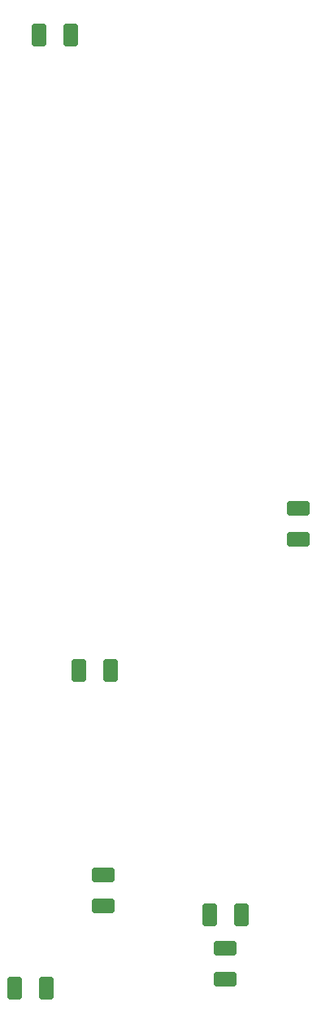
<source format=gbr>
%TF.GenerationSoftware,KiCad,Pcbnew,(6.0.9)*%
%TF.CreationDate,2024-03-02T11:40:50+05:30*%
%TF.ProjectId,CT_2.0.0,43545f32-2e30-42e3-902e-6b696361645f,rev?*%
%TF.SameCoordinates,Original*%
%TF.FileFunction,Paste,Bot*%
%TF.FilePolarity,Positive*%
%FSLAX46Y46*%
G04 Gerber Fmt 4.6, Leading zero omitted, Abs format (unit mm)*
G04 Created by KiCad (PCBNEW (6.0.9)) date 2024-03-02 11:40:50*
%MOMM*%
%LPD*%
G01*
G04 APERTURE LIST*
G04 Aperture macros list*
%AMRoundRect*
0 Rectangle with rounded corners*
0 $1 Rounding radius*
0 $2 $3 $4 $5 $6 $7 $8 $9 X,Y pos of 4 corners*
0 Add a 4 corners polygon primitive as box body*
4,1,4,$2,$3,$4,$5,$6,$7,$8,$9,$2,$3,0*
0 Add four circle primitives for the rounded corners*
1,1,$1+$1,$2,$3*
1,1,$1+$1,$4,$5*
1,1,$1+$1,$6,$7*
1,1,$1+$1,$8,$9*
0 Add four rect primitives between the rounded corners*
20,1,$1+$1,$2,$3,$4,$5,0*
20,1,$1+$1,$4,$5,$6,$7,0*
20,1,$1+$1,$6,$7,$8,$9,0*
20,1,$1+$1,$8,$9,$2,$3,0*%
G04 Aperture macros list end*
%ADD10RoundRect,0.250001X-0.499999X-0.924999X0.499999X-0.924999X0.499999X0.924999X-0.499999X0.924999X0*%
%ADD11RoundRect,0.250001X0.924999X-0.499999X0.924999X0.499999X-0.924999X0.499999X-0.924999X-0.499999X0*%
%ADD12RoundRect,0.250001X0.499999X0.924999X-0.499999X0.924999X-0.499999X-0.924999X0.499999X-0.924999X0*%
G04 APERTURE END LIST*
D10*
%TO.C,C15*%
X96520000Y-114300000D03*
X99770000Y-114300000D03*
%TD*%
%TO.C,C12*%
X92355000Y-48260000D03*
X95605000Y-48260000D03*
%TD*%
%TO.C,C11*%
X89815000Y-147320000D03*
X93065000Y-147320000D03*
%TD*%
D11*
%TO.C,C6*%
X99060000Y-138785000D03*
X99060000Y-135535000D03*
%TD*%
%TO.C,C5*%
X119380000Y-100685000D03*
X119380000Y-97435000D03*
%TD*%
%TO.C,C14*%
X111760000Y-146405000D03*
X111760000Y-143155000D03*
%TD*%
D12*
%TO.C,C9*%
X113385000Y-139700000D03*
X110135000Y-139700000D03*
%TD*%
M02*

</source>
